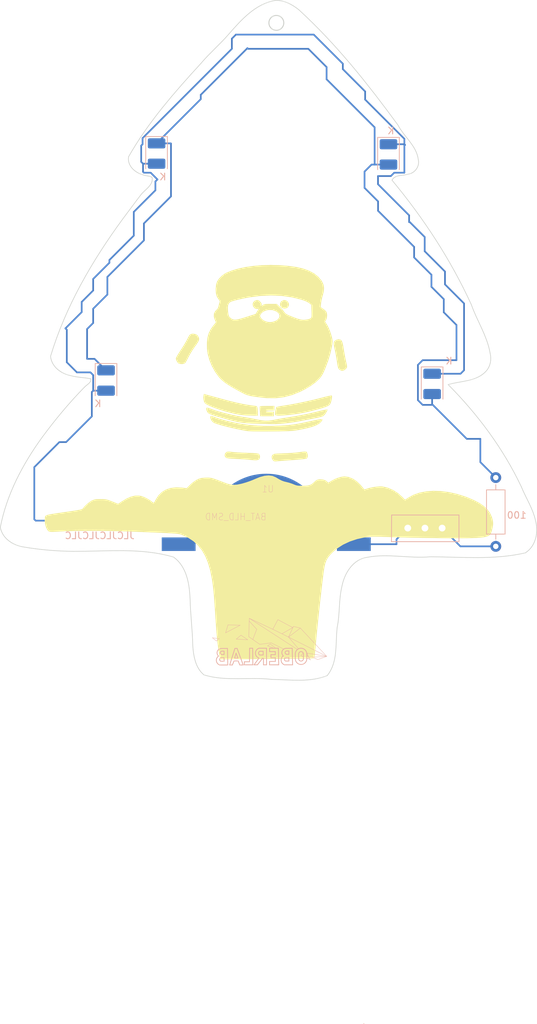
<source format=kicad_pcb>
(kicad_pcb (version 20241229) (generator "pcbnew") (generator_version "9.0")
  (layers (0 "F.Cu" signal) (2 "B.Cu" signal) (13 "F.Paste" user) (15 "B.Paste" user) (5 "F.SilkS" user) (7 "B.SilkS" user) (1 "F.Mask" user) (3 "B.Mask" user) (25 "Edge.Cuts" user))
  (net 0 "")
  (net 1 "Net-(D1-K)")
  (net 2 "Net-(D1-A)")
  (net 3 "Net-(S1-A-Pad1)")
  (net 4 "Net-(S1-E)")
  (footprint "LOGO" (layer "F.Cu") (at 117.194788 102.367152)
    (property "Reference" "G***" (hide yes))
    (property "Value" "LOGO" (hide yes))
  )
  (footprint "LOGO" (layer "F.Cu") (at 112.9178 99.8464)
    (property "Reference" "G***" (hide yes))
    (property "Value" "LOGO" (hide yes))
  )
  (footprint "LOGO" (layer "F.Cu") (at 117.194788 102.367152)
    (property "Reference" "G***" (hide yes))
    (property "Value" "LOGO" (hide yes))
  )
  (footprint "LOGO" (layer "F.Cu") (at 112.9178 99.8464)
    (property "Reference" "G***" (hide yes))
    (property "Value" "LOGO" (hide yes))
  )
  (footprint "LOGO" (layer "F.Cu") (at 112.9178 99.8464)
    (property "Reference" "G***" (hide yes))
    (property "Value" "LOGO" (hide yes))
  )
  (footprint "!Goody:ob-logo_B.SilkS" (layer "F.Cu") (at 124.9 164.15)
    (property "Reference" "G***" (hide yes))
    (property "Value" "LOGO" (hide yes))
  )
  (footprint "LOGO" (layer "F.Cu") (at 112.9178 99.8464)
    (property "Reference" "G***" (hide yes))
    (property "Value" "LOGO" (hide yes))
  )
  (footprint "LOGO" (layer "F.Cu") (at 112.9178 99.8464)
    (property "Reference" "G***" (hide yes))
    (property "Value" "LOGO" (hide yes))
  )
  (footprint "LOGO" (layer "F.Cu") (at 112.9178 99.8464)
    (property "Reference" "G***" (hide yes))
    (property "Value" "LOGO" (hide yes))
  )
  (footprint "LOGO" (layer "F.Cu") (at 117.194788 102.367152)
    (property "Reference" "G***" (hide yes))
    (property "Value" "LOGO" (hide yes))
  )
  (footprint "LED_SMD:LED_PLCC-2_3.4x3.0mm_AK" (layer "B.Cu") (at 95.4 108.2 -90)
    (property "Reference" "D3" (hide yes))
    (property "Value" "LED")
  )
  (footprint "!Goody:BAT-HLD-SMD-Blech" (layer "B.Cu") (at 119.09 130.86)
    (property "Reference" "U1")
    (property "Value" "BAT_HLD_SMD")
  )
  (footprint "!Goody:Micro_SchalterKHF" (layer "B.Cu") (at 140 130)
    (property "Reference" "S1" (hide yes))
    (property "Value" "Micro_Schalter" (hide yes))
  )
  (footprint "LED_SMD:LED_PLCC-2_3.4x3.0mm_AK" (layer "B.Cu") (at 137.15 74.8 -90)
    (property "Reference" "D3" (hide yes))
    (property "Value" "LED")
  )
  (footprint "LED_SMD:LED_PLCC-2_3.4x3.0mm_AK" (layer "B.Cu") (at 102.87 74.67 -90)
    (property "Reference" "D3" (hide yes))
    (property "Value" "LED")
  )
  (footprint "Resistor_THT:R_Axial_DIN0207_L6.3mm_D2.5mm_P10.16mm_Horizontal" (layer "B.Cu") (at 153.01 132.702 90)
    (property "Reference" "R2" (hide yes))
    (property "Value" "100")
  )
  (footprint "LED_SMD:LED_PLCC-2_3.4x3.0mm_AK" (layer "B.Cu") (at 143.6 108.7 -90)
    (property "Reference" "D3" (hide yes))
    (property "Value" "LED")
  )
  (gr_line (start 93.1639 108.0404) (end 93.162 108.1376) (stroke (width 0.1)) (layer "Edge.Cuts"))
  (gr_line (start 99.8615 133.397) (end 100.7905 133.4613) (stroke (width 0.1)) (layer "Edge.Cuts"))
  (gr_line (start 81.2181 132.0182) (end 81.4674 132.1771) (stroke (width 0.1)) (layer "Edge.Cuts"))
  (gr_line (start 93.1044 91.5049) (end 92.3799 92.7524) (stroke (width 0.1)) (layer "Edge.Cuts"))
  (gr_line (start 128.3725 151.4114) (end 128.6065 151.0154) (stroke (width 0.1)) (layer "Edge.Cuts"))
  (gr_line (start 81.7554 123.7271) (end 81.3892 124.5768) (stroke (width 0.1)) (layer "Edge.Cuts"))
  (gr_line (start 102.2224 78.6064) (end 102.188 78.7901) (stroke (width 0.1)) (layer "Edge.Cuts"))
  (gr_line (start 101.9452 78.0665) (end 102.0869 78.1258) (stroke (width 0.1)) (layer "Edge.Cuts"))
  (gr_line (start 157.6528 133.4669) (end 157.9038 133.2482) (stroke (width 0.1)) (layer "Edge.Cuts"))
  (gr_line (start 141.5171 76.4734) (end 141.5637 76.2967) (stroke (width 0.1)) (layer "Edge.Cuts"))
  (gr_line (start 109.4481 61.3325) (end 107.975 62.95) (stroke (width 0.1)) (layer "Edge.Cuts"))
  (gr_line (start 148.1868 94.4792) (end 147.5615 93.268) (stroke (width 0.1)) (layer "Edge.Cuts"))
  (gr_line (start 86.7041 115.5929) (end 85.9812 116.557) (stroke (width 0.1)) (layer "Edge.Cuts"))
  (gr_line (start 129.328 148.4154) (end 129.4013 147.4984) (stroke (width 0.1)) (layer "Edge.Cuts"))
  (gr_line (start 92.1998 109.1953) (end 91.3658 110.0643) (stroke (width 0.1)) (layer "Edge.Cuts"))
  (gr_line (start 98.7503 75.8742) (end 98.8138 76.0995) (stroke (width 0.1)) (layer "Edge.Cuts"))
  (gr_line (start 92.3807 133.4228) (end 94.2532 133.3817) (stroke (width 0.1)) (layer "Edge.Cuts"))
  (gr_line (start 155.1748 120.7914) (end 154.5888 119.783) (stroke (width 0.1)) (layer "Edge.Cuts"))
  (gr_line (start 86.8032 133.2539) (end 87.7271 133.3263) (stroke (width 0.1)) (layer "Edge.Cuts"))
  (gr_line (start 92.3799 92.7524) (end 91.6809 94.0139) (stroke (width 0.1)) (layer "Edge.Cuts"))
  (gr_line (start 155.6418 133.9943) (end 156.5098 133.845) (stroke (width 0.1)) (layer "Edge.Cuts"))
  (gr_line (start 99.2446 82.4979) (end 97.8961 84.3052) (stroke (width 0.1)) (layer "Edge.Cuts"))
  (gr_line (start 100.0574 77.4854) (end 100.2725 77.5979) (stroke (width 0.1)) (layer "Edge.Cuts"))
  (gr_line (start 107.9062 142.2764) (end 108.029 143.9654) (stroke (width 0.1)) (layer "Edge.Cuts"))
  (gr_line (start 158.9618 131.2547) (end 159.0178 130.9287) (stroke (width 0.1)) (layer "Edge.Cuts"))
  (gr_line (start 146.9146 92.0683) (end 146.2467 90.8802) (stroke (width 0.1)) (layer "Edge.Cuts"))
  (gr_line (start 143.376 86.2458) (end 142.6111 85.1172) (stroke (width 0.1)) (layer "Edge.Cuts"))
  (gr_line (start 98.8138 76.0995) (end 98.9027 76.3145) (stroke (width 0.1)) (layer "Edge.Cuts"))
  (gr_line (start 129.1917 149.3164) (end 129.2697 148.8684) (stroke (width 0.1)) (layer "Edge.Cuts"))
  (gr_line (start 114.2666 56.2109) (end 113.5521 57.02) (stroke (width 0.1)) (layer "Edge.Cuts"))
  (gr_line (start 87.4063 105.4376) (end 87.5265 105.6842) (stroke (width 0.1)) (layer "Edge.Cuts"))
  (gr_line (start 135.1754 65.9641) (end 133.432 63.7531) (stroke (width 0.1)) (layer "Edge.Cuts"))
  (gr_line (start 107.6213 138.4065) (end 107.6882 138.8446) (stroke (width 0.1)) (layer "Edge.Cuts"))
  (gr_line (start 99.015 76.5188) (end 99.1484 76.7117) (stroke (width 0.1)) (layer "Edge.Cuts"))
  (gr_line (start 130.6001 137.4367) (end 130.7452 137.0859) (stroke (width 0.1)) (layer "Edge.Cuts"))
  (gr_line (start 157.9598 126.3852) (end 157.3538 125.1492) (stroke (width 0.1)) (layer "Edge.Cuts"))
  (gr_line (start 108.342 148.5344) (end 108.4549 149.1314) (stroke (width 0.1)) (layer "Edge.Cuts"))
  (gr_line (start 99.9178 81.5948) (end 99.2446 82.4979) (stroke (width 0.1)) (layer "Edge.Cuts"))
  (gr_line (start 95.4147 87.8445) (end 94.6234 89.0511) (stroke (width 0.1)) (layer "Edge.Cuts"))
  (gr_line (start 131.0967 136.4118) (end 131.303 136.094) (stroke (width 0.1)) (layer "Edge.Cuts"))
  (gr_line (start 100.2725 77.5979) (end 100.4935 77.6948) (stroke (width 0.1)) (layer "Edge.Cuts"))
  (gr_line (start 126.1016 152.3244) (end 126.6073 152.2334) (stroke (width 0.1)) (layer "Edge.Cuts"))
  (gr_line (start 141.5914 76.1152) (end 141.5993 75.93) (stroke (width 0.1)) (layer "Edge.Cuts"))
  (gr_line (start 120.4862 52.0398) (end 119.9405 52.1496) (stroke (width 0.1)) (layer "Edge.Cuts"))
  (gr_line (start 87.4419 114.6393) (end 86.7041 115.5929) (stroke (width 0.1)) (layer "Edge.Cuts"))
  (gr_line (start 140.8986 77.3572) (end 141.0369 77.2374) (stroke (width 0.1)) (layer "Edge.Cuts"))
  (gr_line (start 142.1699 134.3003) (end 142.755 134.2809) (stroke (width 0.1)) (layer "Edge.Cuts"))
  (gr_line (start 108.029 143.9654) (end 108.1498 145.6544) (stroke (width 0.1)) (layer "Edge.Cuts"))
  (gr_line (start 129.0903 149.7554) (end 129.1917 149.3164) (stroke (width 0.1)) (layer "Edge.Cuts"))
  (gr_line (start 110.4478 60.2289) (end 109.9392 60.7721) (stroke (width 0.1)) (layer "Edge.Cuts"))
  (gr_line (start 144.1224 87.3865) (end 143.376 86.2458) (stroke (width 0.1)) (layer "Edge.Cuts"))
  (gr_line (start 112.9887 152.2074) (end 113.6186 152.2354) (stroke (width 0.1)) (layer "Edge.Cuts"))
  (gr_line (start 113.5521 57.02) (end 113.0567 57.5763) (stroke (width 0.1)) (layer "Edge.Cuts"))
  (gr_line (start 152.0986 105.9474) (end 152.1991 105.5985) (stroke (width 0.1)) (layer "Edge.Cuts"))
  (gr_line (start 141.4526 76.6439) (end 141.5171 76.4734) (stroke (width 0.1)) (layer "Edge.Cuts"))
  (gr_line (start 79.9374 130.4638) (end 80.0574 130.7319) (stroke (width 0.1)) (layer "Edge.Cuts"))
  (gr_line (start 97.8961 84.3052) (end 97.0527 85.4717) (stroke (width 0.1)) (layer "Edge.Cuts"))
  (gr_line (start 102.0493 79.1322) (end 101.951 79.2924) (stroke (width 0.1)) (layer "Edge.Cuts"))
  (gr_line (start 91.3658 110.0643) (end 90.5486 110.95) (stroke (width 0.1)) (layer "Edge.Cuts"))
  (gr_line (start 121.8673 52.2661) (end 121.4182 52.139) (stroke (width 0.1)) (layer "Edge.Cuts"))
  (gr_line (start 83.4492 120.4322) (end 82.994 121.2401) (stroke (width 0.1)) (layer "Edge.Cuts"))
  (gr_line (start 99.6541 77.2165) (end 99.8506 77.3581) (stroke (width 0.1)) (layer "Edge.Cuts"))
  (gr_line (start 101.1024 77.897) (end 101.2707 77.9371) (stroke (width 0.1)) (layer "Edge.Cuts"))
  (gr_line (start 109.8787 151.6904) (end 110.4939 151.8584) (stroke (width 0.1)) (layer "Edge.Cuts"))
  (gr_line (start 82.994 121.2401) (end 82.5591 122.0586) (stroke (width 0.1)) (layer "Edge.Cuts"))
  (gr_line (start 101.6186 77.9941) (end 101.7873 78.0249) (stroke (width 0.1)) (layer "Edge.Cuts"))
  (gr_line (start 90.5486 110.95) (end 89.748 111.8514) (stroke (width 0.1)) (layer "Edge.Cuts"))
  (gr_line (start 131.7755 135.5107) (end 132.0415 135.2509) (stroke (width 0.1)) (layer "Edge.Cuts"))
  (gr_line (start 118.9064 52.4904) (end 118.4161 52.7151) (stroke (width 0.1)) (layer "Edge.Cuts"))
  (gr_line (start 147.5795 110.4807) (end 146.7797 109.6315) (stroke (width 0.1)) (layer "Edge.Cuts"))
  (gr_line (start 92.3421 109.0595) (end 92.1998 109.1953) (stroke (width 0.1)) (layer "Edge.Cuts"))
  (gr_line (start 157.3538 125.1492) (end 157.0598 124.5278) (stroke (width 0.1)) (layer "Edge.Cuts"))
  (gr_line (start 137.6678 78.6042) (end 137.7608 78.458) (stroke (width 0.1)) (layer "Edge.Cuts"))
  (gr_line (start 103.0187 68.798) (end 102.3544 69.6677) (stroke (width 0.1)) (layer "Edge.Cuts"))
  (gr_line (start 152.1442 134.3194) (end 153.0218 134.2732) (stroke (width 0.1)) (layer "Edge.Cuts"))
  (gr_line (start 138.5519 70.467) (end 136.8798 68.2048) (stroke (width 0.1)) (layer "Edge.Cuts"))
  (gr_line (start 122.3035 52.4366) (end 121.8673 52.2661) (stroke (width 0.1)) (layer "Edge.Cuts"))
  (gr_line (start 141.2743 76.9609) (end 141.3714 76.8068) (stroke (width 0.1)) (layer "Edge.Cuts"))
  (gr_line (start 106.8091 135.9213) (end 107.0029 136.3073) (stroke (width 0.1)) (layer "Edge.Cuts"))
  (gr_line (start 154.5888 119.783) (end 153.9788 118.7885) (stroke (width 0.1)) (layer "Edge.Cuts"))
  (gr_line (start 145.9647 108.7976) (end 146.6789 108.62) (stroke (width 0.1)) (layer "Edge.Cuts"))
  (gr_line (start 151.9545 103.1934) (end 151.8171 102.7304) (stroke (width 0.1)) (layer "Edge.Cuts"))
  (gr_line (start 133.432 63.7531) (end 132.5436 62.6613) (stroke (width 0.1)) (layer "Edge.Cuts"))
  (gr_line (start 129.4833 145.6574) (end 129.5541 144.7594) (stroke (width 0.1)) (layer "Edge.Cuts"))
  (gr_line (start 120.4862 52.0398) (end 120.4862 52.0398) (stroke (width 0.1)) (layer "Edge.Cuts"))
  (gr_line (start 140.2122 81.8047) (end 139.3795 80.7253) (stroke (width 0.1)) (layer "Edge.Cuts"))
  (gr_line (start 152.1676 104.1406) (end 152.0722 103.6631) (stroke (width 0.1)) (layer "Edge.Cuts"))
  (gr_line (start 151.6624 102.2733) (end 151.3113 101.3735) (stroke (width 0.1)) (layer "Edge.Cuts"))
  (gr_line (start 80.5547 131.4453) (end 80.7598 131.6522) (stroke (width 0.1)) (layer "Edge.Cuts"))
  (gr_line (start 81.4674 132.1771) (end 81.7276 132.3194) (stroke (width 0.1)) (layer "Edge.Cuts"))
  (gr_line (start 115.7883 54.6277) (end 115.394 55.0113) (stroke (width 0.1)) (layer "Edge.Cuts"))
  (gr_line (start 128.9616 150.1864) (end 129.0903 149.7554) (stroke (width 0.1)) (layer "Edge.Cuts"))
  (gr_line (start 132.9565 134.6319) (end 133.3 134.4883) (stroke (width 0.1)) (layer "Edge.Cuts"))
  (gr_line (start 133.6625 134.3808) (end 134.0439 134.3121) (stroke (width 0.1)) (layer "Edge.Cuts"))
  (gr_line (start 108.9567 150.5394) (end 109.1032 150.7964) (stroke (width 0.1)) (layer "Edge.Cuts"))
  (gr_line (start 130.9108 136.7434) (end 131.0967 136.4118) (stroke (width 0.1)) (layer "Edge.Cuts"))
  (gr_line (start 120.723 52.0433) (end 120.4862 52.0398) (stroke (width 0.1)) (layer "Edge.Cuts"))
  (gr_line (start 107.8593 141.4304) (end 107.9062 142.2764) (stroke (width 0.1)) (layer "Edge.Cuts"))
  (gr_line (start 153.3478 117.8079) (end 152.6947 116.8414) (stroke (width 0.1)) (layer "Edge.Cuts"))
  (gr_line (start 155.7368 121.8134) (end 155.1748 120.7914) (stroke (width 0.1)) (layer "Edge.Cuts"))
  (gr_line (start 107.3146 137.1198) (end 107.4364 137.5418) (stroke (width 0.1)) (layer "Edge.Cuts"))
  (gr_line (start 128.0955 151.7914) (end 128.3725 151.4114) (stroke (width 0.1)) (layer "Edge.Cuts"))
  (gr_line (start 101.1384 80.1558) (end 100.853 80.4269) (stroke (width 0.1)) (layer "Edge.Cuts"))
  (gr_line (start 108.2198 147.3464) (end 108.2665 147.9364) (stroke (width 0.1)) (layer "Edge.Cuts"))
  (gr_line (start 108.6137 149.7144) (end 108.713 149.9974) (stroke (width 0.1)) (layer "Edge.Cuts"))
  (gr_line (start 141.3855 74.8173) (end 141.2563 74.4714) (stroke (width 0.1)) (layer "Edge.Cuts"))
  (gr_line (start 129.8012 59.4528) (end 128.8586 58.4091) (stroke (width 0.1)) (layer "Edge.Cuts"))
  (gr_line (start 79.7772 129.8835) (end 79.8434 130.1809) (stroke (width 0.1)) (layer "Edge.Cuts"))
  (gr_line (start 119.9405 52.1496) (end 119.4143 52.3008) (stroke (width 0.1)) (layer "Edge.Cuts"))
  (gr_line (start 87.6695 105.9174) (end 87.8333 106.1366) (stroke (width 0.1)) (layer "Edge.Cuts"))
  (gr_line (start 139.3795 80.7253) (end 138.5312 79.6584) (stroke (width 0.1)) (layer "Edge.Cuts"))
  (gr_line (start 158.8208 128.6223) (end 158.7288 128.2912) (stroke (width 0.1)) (layer "Edge.Cuts"))
  (gr_line (start 128.8016 150.6074) (end 128.9616 150.1864) (stroke (width 0.1)) (layer "Edge.Cuts"))
  (gr_line (start 108.4549 149.1314) (end 108.6137 149.7144) (stroke (width 0.1)) (layer "Edge.Cuts"))
  (gr_line (start 139.3649 71.7103) (end 138.9292 71.1031) (stroke (width 0.1)) (layer "Edge.Cuts"))
  (gr_line (start 83.9232 119.6352) (end 83.4492 120.4322) (stroke (width 0.1)) (layer "Edge.Cuts"))
  (gr_line (start 98.7083 75.3955) (end 98.7144 75.6394) (stroke (width 0.1)) (layer "Edge.Cuts"))
  (gr_line (start 115.394 55.0113) (end 115.0095 55.4052) (stroke (width 0.1)) (layer "Edge.Cuts"))
  (gr_line (start 99.2872 74.1961) (end 98.7342 75.1433) (stroke (width 0.1)) (layer "Edge.Cuts"))
  (gr_line (start 101.7166 133.5537) (end 102.6395 133.6782) (stroke (width 0.1)) (layer "Edge.Cuts"))
  (gr_line (start 137.8686 78.3344) (end 137.9895 78.2311) (stroke (width 0.1)) (layer "Edge.Cuts"))
  (gr_line (start 137.9895 78.2311) (end 138.122 78.146) (stroke (width 0.1)) (layer "Edge.Cuts"))
  (gr_line (start 152.0722 103.6631) (end 151.9545 103.1934) (stroke (width 0.1)) (layer "Edge.Cuts"))
  (gr_line (start 111.4951 59.1716) (end 110.4478 60.2289) (stroke (width 0.1)) (layer "Edge.Cuts"))
  (gr_line (start 150.1041 98.7263) (end 149.717 97.8383) (stroke (width 0.1)) (layer "Edge.Cuts"))
  (gr_line (start 158.5038 132.4764) (end 158.6538 132.1875) (stroke (width 0.1)) (layer "Edge.Cuts"))
  (gr_line (start 97.0527 85.4717) (end 96.225 86.6515) (stroke (width 0.1)) (layer "Edge.Cuts"))
  (gr_line (start 152.2385 104.505) (end 152.1676 104.1406) (stroke (width 0.1)) (layer "Edge.Cuts"))
  (gr_line (start 121.4182 52.139) (end 120.9574 52.0615) (stroke (width 0.1)) (layer "Edge.Cuts"))
  (gr_line (start 80.4498 127.1862) (end 80.1941 128.0757) (stroke (width 0.1)) (layer "Edge.Cuts"))
  (gr_line (start 102.1293 78.9651) (end 102.0493 79.1322) (stroke (width 0.1)) (layer "Edge.Cuts"))
  (gr_line (start 89.1491 107.1409) (end 89.4062 107.2531) (stroke (width 0.1)) (layer "Edge.Cuts"))
  (gr_line (start 127.9004 57.3798) (end 126.9257 56.3662) (stroke (width 0.1)) (layer "Edge.Cuts"))
  (gr_line (start 130.3722 138.1516) (end 130.4757 137.7928) (stroke (width 0.1)) (layer "Edge.Cuts"))
  (gr_line (start 153.9788 118.7885) (end 153.3478 117.8079) (stroke (width 0.1)) (layer "Edge.Cuts"))
  (gr_line (start 149.131 112.2244) (end 148.3635 111.3451) (stroke (width 0.1)) (layer "Edge.Cuts"))
  (gr_line (start 129.8415 142.4184) (end 129.8911 141.6324) (stroke (width 0.1)) (layer "Edge.Cuts"))
  (gr_line (start 132.0415 135.2509) (end 132.3271 135.0159) (stroke (width 0.1)) (layer "Edge.Cuts"))
  (gr_line (start 146.7797 109.6315) (end 145.9647 108.7976) (stroke (width 0.1)) (layer "Edge.Cuts"))
  (gr_line (start 158.8978 128.9588) (end 158.8208 128.6223) (stroke (width 0.1)) (layer "Edge.Cuts"))
  (gr_line (start 148.7901 95.7019) (end 148.1868 94.4792) (stroke (width 0.1)) (layer "Edge.Cuts"))
  (gr_line (start 142.755 134.2809) (end 143.3404 134.2397) (stroke (width 0.1)) (layer "Edge.Cuts"))
  (gr_line (start 158.9698 129.2784) (end 158.8978 128.9588) (stroke (width 0.1)) (layer "Edge.Cuts"))
  (gr_line (start 137.5091 134.1053) (end 138.6706 134.1616) (stroke (width 0.1)) (layer "Edge.Cuts"))
  (gr_line (start 140.2935 72.8955) (end 139.3649 71.7103) (stroke (width 0.1)) (layer "Edge.Cuts"))
  (gr_line (start 93.162 108.1376) (end 93.1427 108.2304) (stroke (width 0.1)) (layer "Edge.Cuts"))
  (gr_line (start 113.0567 57.5763) (end 112.545 58.1167) (stroke (width 0.1)) (layer "Edge.Cuts"))
  (gr_line (start 129.6891 143.9844) (end 129.7796 143.2034) (stroke (width 0.1)) (layer "Edge.Cuts"))
  (gr_line (start 158.1288 133.0088) (end 158.3288 132.7509) (stroke (width 0.1)) (layer "Edge.Cuts"))
  (gr_line (start 87.7271 133.3263) (end 88.6532 133.3804) (stroke (width 0.1)) (layer "Edge.Cuts"))
  (gr_line (start 88.8996 107.0123) (end 89.1491 107.1409) (stroke (width 0.1)) (layer "Edge.Cuts"))
  (gr_line (start 100.4935 77.6948) (end 100.7185 77.7757) (stroke (width 0.1)) (layer "Edge.Cuts"))
  (gr_line (start 82.5551 132.6459) (end 82.8403 132.7205) (stroke (width 0.1)) (layer "Edge.Cuts"))
  (gr_line (start 149.968 107.8789) (end 150.306 107.7353) (stroke (width 0.1)) (layer "Edge.Cuts"))
  (gr_line (start 129.7796 143.2034) (end 129.8415 142.4184) (stroke (width 0.1)) (layer "Edge.Cuts"))
  (gr_line (start 137.7608 78.458) (end 137.8686 78.3344) (stroke (width 0.1)) (layer "Edge.Cuts"))
  (gr_line (start 85.4451 117.3098) (end 84.9225 118.0738) (stroke (width 0.1)) (layer "Edge.Cuts"))
  (gr_line (start 85.8813 133.163) (end 86.8032 133.2539) (stroke (width 0.1)) (layer "Edge.Cuts"))
  (gr_line (start 87.201 104.6198) (end 87.2416 104.905) (stroke (width 0.1)) (layer "Edge.Cuts"))
  (gr_line (start 139.8347 134.2322) (end 141.0013 134.2881) (stroke (width 0.1)) (layer "Edge.Cuts"))
  (gr_line (start 141.5862 75.7425) (end 141.5511 75.554) (stroke (width 0.1)) (layer "Edge.Cuts"))
  (gr_line (start 85.9812 116.557) (end 85.4451 117.3098) (stroke (width 0.1)) (layer "Edge.Cuts"))
  (gr_line (start 132.3271 135.0159) (end 132.6321 134.8087) (stroke (width 0.1)) (layer "Edge.Cuts"))
  (gr_line (start 117.0405 53.5693) (end 116.6107 53.9036) (stroke (width 0.1)) (layer "Edge.Cuts"))
  (gr_line (start 148.3635 111.3451) (end 147.5795 110.4807) (stroke (width 0.1)) (layer "Edge.Cuts"))
  (gr_line (start 92.9999 108.4853) (end 92.8536 108.6395) (stroke (width 0.1)) (layer "Edge.Cuts"))
  (gr_line (start 113.6186 152.2354) (end 114.8825 152.2484) (stroke (width 0.1)) (layer "Edge.Cuts"))
  (gr_line (start 109.1032 150.7964) (end 109.2676 151.0404) (stroke (width 0.1)) (layer "Edge.Cuts"))
  (gr_line (start 150.306 107.7353) (end 150.632 107.5671) (stroke (width 0.1)) (layer "Edge.Cuts"))
  (gr_line (start 151.8171 102.7304) (end 151.6624 102.2733) (stroke (width 0.1)) (layer "Edge.Cuts"))
  (gr_line (start 138.7314 70.7896) (end 138.5519 70.467) (stroke (width 0.1)) (layer "Edge.Cuts"))
  (gr_line (start 136.8798 68.2048) (end 135.1754 65.9641) (stroke (width 0.1)) (layer "Edge.Cuts"))
  (gr_line (start 107.4364 137.5418) (end 107.538 137.9715) (stroke (width 0.1)) (layer "Edge.Cuts"))
  (gr_line (start 121.9753 152.4304) (end 123.0114 152.4684) (stroke (width 0.1)) (layer "Edge.Cuts"))
  (gr_line (start 101.7873 78.0249) (end 101.9452 78.0665) (stroke (width 0.1)) (layer "Edge.Cuts"))
  (gr_line (start 148.6225 134.3481) (end 150.3851 134.3593) (stroke (width 0.1)) (layer "Edge.Cuts"))
  (gr_line (start 112.545 58.1167) (end 111.4951 59.1716) (stroke (width 0.1)) (layer "Edge.Cuts"))
  (gr_line (start 88.6532 133.3804) (end 89.5816 133.4163) (stroke (width 0.1)) (layer "Edge.Cuts"))
  (gr_line (start 99.1484 76.7117) (end 99.3009 76.8927) (stroke (width 0.1)) (layer "Edge.Cuts"))
  (gr_line (start 97.997 133.3372) (end 98.9303 133.357) (stroke (width 0.1)) (layer "Edge.Cuts"))
  (gr_line (start 103.6967 67.9385) (end 103.0187 68.798) (stroke (width 0.1)) (layer "Edge.Cuts"))
  (gr_line (start 158.2468 127.009) (end 157.9598 126.3852) (stroke (width 0.1)) (layer "Edge.Cuts"))
  (gr_line (start 98.9027 76.3145) (end 99.015 76.5188) (stroke (width 0.1)) (layer "Edge.Cuts"))
  (gr_line (start 90.9346 107.6444) (end 91.6776 107.7429) (stroke (width 0.1)) (layer "Edge.Cuts"))
  (gr_line (start 135.1955 134.1516) (end 135.7727 134.1111) (stroke (width 0.1)) (layer "Edge.Cuts"))
  (gr_line (start 115.0095 55.4052) (end 114.2666 56.2109) (stroke (width 0.1)) (layer "Edge.Cuts"))
  (gr_line (start 120.9574 52.0615) (end 120.723 52.0433) (stroke (width 0.1)) (layer "Edge.Cuts"))
  (gr_line (start 120.4862 52.0398) (end 120.4862 52.0398) (stroke (width 0.1)) (layer "Edge.Cuts"))
  (gr_line (start 117.4136 152.2244) (end 118.0444 152.2324) (stroke (width 0.1)) (layer "Edge.Cuts"))
  (gr_line (start 80.9816 131.8432) (end 81.2181 132.0182) (stroke (width 0.1)) (layer "Edge.Cuts"))
  (gr_line (start 149.717 97.8383) (end 149.3709 96.9359) (stroke (width 0.1)) (layer "Edge.Cuts"))
  (gr_line (start 123.1322 52.883) (end 122.7255 52.6443) (stroke (width 0.1)) (layer "Edge.Cuts"))
  (gr_line (start 131.303 136.094) (end 131.5293 135.7927) (stroke (width 0.1)) (layer "Edge.Cuts"))
  (gr_line (start 80.2016 130.9849) (end 80.3679 131.2228) (stroke (width 0.1)) (layer "Edge.Cuts"))
  (gr_line (start 106.5875 135.5519) (end 106.8091 135.9213) (stroke (width 0.1)) (layer "Edge.Cuts"))
  (gr_line (start 112.3608 152.1604) (end 112.9887 152.2074) (stroke (width 0.1)) (layer "Edge.Cuts"))
  (gr_line (start 90.3658 96.5789) (end 89.753 97.8828) (stroke (width 0.1)) (layer "Edge.Cuts"))
  (gr_line (start 118.0444 152.2324) (end 118.6734 152.2554) (stroke (width 0.1)) (layer "Edge.Cuts"))
  (gr_line (start 107.0029 136.3073) (end 107.1708 136.7075) (stroke (width 0.1)) (layer "Edge.Cuts"))
  (gr_line (start 102.2297 78.4133) (end 102.2224 78.6064) (stroke (width 0.1)) (layer "Edge.Cuts"))
  (gr_line (start 82.2734 132.5541) (end 82.5551 132.6459) (stroke (width 0.1)) (layer "Edge.Cuts"))
  (gr_line (start 119.3003 152.2954) (end 119.9244 152.3584) (stroke (width 0.1)) (layer "Edge.Cuts"))
  (gr_line (start 138.122 78.146) (end 138.2646 78.0767) (stroke (width 0.1)) (layer "Edge.Cuts"))
  (gr_line (start 140.9234 73.8159) (end 140.7271 73.5025) (stroke (width 0.1)) (layer "Edge.Cuts"))
  (gr_line (start 138.6706 134.1616) (end 139.8347 134.2322) (stroke (width 0.1)) (layer "Edge.Cuts"))
  (gr_line (start 150.6133 114.0275) (end 149.8811 113.1186) (stroke (width 0.1)) (layer "Edge.Cuts"))
  (gr_line (start 141.2563 74.4714) (end 141.101 74.1382) (stroke (width 0.1)) (layer "Edge.Cuts"))
  (gr_line (start 80.0574 130.7319) (end 80.2016 130.9849) (stroke (width 0.1)) (layer "Edge.Cuts"))
  (gr_line (start 130.7452 137.0859) (end 130.9108 136.7434) (stroke (width 0.1)) (layer "Edge.Cuts"))
  (gr_line (start 134.0439 134.3121) (end 134.6192 134.2174) (stroke (width 0.1)) (layer "Edge.Cuts"))
  (gr_line (start 145.0976 134.2652) (end 146.8591 134.3091) (stroke (width 0.1)) (layer "Edge.Cuts"))
  (gr_line (start 139.7442 77.7966) (end 140.0526 77.7194) (stroke (width 0.1)) (layer "Edge.Cuts"))
  (gr_line (start 102.0869 78.1258) (end 102.2069 78.2097) (stroke (width 0.1)) (layer "Edge.Cuts"))
  (gr_line (start 122.7255 52.6443) (end 122.3035 52.4366) (stroke (width 0.1)) (layer "Edge.Cuts"))
  (gr_line (start 152.0208 115.889) (end 151.3268 114.951) (stroke (width 0.1)) (layer "Edge.Cuts"))
  (gr_line (start 98.9303 133.357) (end 99.8615 133.397) (stroke (width 0.1)) (layer "Edge.Cuts"))
  (gr_line (start 127.6049 151.9704) (end 128.0955 151.7914) (stroke (width 0.1)) (layer "Edge.Cuts"))
  (gr_line (start 130.729 60.5102) (end 129.8012 59.4528) (stroke (width 0.1)) (layer "Edge.Cuts"))
  (gr_line (start 81.0487 125.4366) (end 80.7351 126.3064) (stroke (width 0.1)) (layer "Edge.Cuts"))
  (gr_line (start 101.7053 70.5483) (end 101.0726 71.4407) (stroke (width 0.1)) (layer "Edge.Cuts"))
  (gr_line (start 101.951 79.2924) (end 101.7108 79.5954) (stroke (width 0.1)) (layer "Edge.Cuts"))
  (gr_line (start 107.8301 140.5834) (end 107.8593 141.4304) (stroke (width 0.1)) (layer "Edge.Cuts"))
  (gr_line (start 88.2161 106.5321) (end 88.4313 106.7075) (stroke (width 0.1)) (layer "Edge.Cuts"))
  (gr_line (start 89.1721 99.201) (end 88.6249 100.5337) (stroke (width 0.1)) (layer "Edge.Cuts"))
  (gr_line (start 133.3 134.4883) (end 133.6625 134.3808) (stroke (width 0.1)) (layer "Edge.Cuts"))
  (gr_line (start 109.6543 151.4894) (end 109.8787 151.6904) (stroke (width 0.1)) (layer "Edge.Cuts"))
  (gr_line (start 105.3846 134.2839) (end 105.7366 134.565) (stroke (width 0.1)) (layer "Edge.Cuts"))
  (gr_line (start 108.2665 147.9364) (end 108.342 148.5344) (stroke (width 0.1)) (layer "Edge.Cuts"))
  (gr_line (start 152.2681 104.8726) (end 152.2385 104.505) (stroke (width 0.1)) (layer "Edge.Cuts"))
  (gr_line (start 117.4841 53.2577) (end 117.0405 53.5693) (stroke (width 0.1)) (layer "Edge.Cuts"))
  (gr_line (start 151.5213 106.8816) (end 151.7607 106.5937) (stroke (width 0.1)) (layer "Edge.Cuts"))
  (gr_line (start 130.0181 140.0624) (end 130.1277 139.2828) (stroke (width 0.1)) (layer "Edge.Cuts"))
  (gr_line (start 92.4194 107.8267) (end 93.1463 107.9382) (stroke (width 0.1)) (layer "Edge.Cuts"))
  (gr_line (start 126.9257 56.3662) (end 125.9336 55.3691) (stroke (width 0.1)) (layer "Edge.Cuts"))
  (gr_line (start 87.5265 105.6842) (end 87.6695 105.9174) (stroke (width 0.1)) (layer "Edge.Cuts"))
  (gr_line (start 147.4156 108.4785) (end 148.1606 108.3461) (stroke (width 0.1)) (layer "Edge.Cuts"))
  (gr_line (start 108.827 150.2734) (end 108.9567 150.5394) (stroke (width 0.1)) (layer "Edge.Cuts"))
  (gr_line (start 123.5221 53.1466) (end 123.1322 52.883) (stroke (width 0.1)) (layer "Edge.Cuts"))
  (gr_line (start 141.485 75.1775) (end 141.3855 74.8173) (stroke (width 0.1)) (layer "Edge.Cuts"))
  (gr_line (start 130.1277 139.2828) (end 130.2012 138.8955) (stroke (width 0.1)) (layer "Edge.Cuts"))
  (gr_line (start 98.7342 75.1433) (end 98.7083 75.3955) (stroke (width 0.1)) (layer "Edge.Cuts"))
  (gr_line (start 134.6192 134.2174) (end 135.1955 134.1516) (stroke (width 0.1)) (layer "Edge.Cuts"))
  (gr_line (start 145.5584 89.7038) (end 144.8501 88.5392) (stroke (width 0.1)) (layer "Edge.Cuts"))
  (gr_line (start 157.9038 133.2482) (end 158.1288 133.0088) (stroke (width 0.1)) (layer "Edge.Cuts"))
  (gr_line (start 107.1708 136.7075) (end 107.3146 137.1198) (stroke (width 0.1)) (layer "Edge.Cuts"))
  (gr_line (start 119.4143 52.3008) (end 118.9064 52.4904) (stroke (width 0.1)) (layer "Edge.Cuts"))
  (gr_line (start 124.9234 54.3896) (end 123.8942 53.4288) (stroke (width 0.1)) (layer "Edge.Cuts"))
  (gr_line (start 107.6882 138.8446) (end 107.7805 139.7213) (stroke (width 0.1)) (layer "Edge.Cuts"))
  (gr_line (start 141.5511 75.554) (end 141.485 75.1775) (stroke (width 0.1)) (layer "Edge.Cuts"))
  (gr_line (start 88.6597 106.8678) (end 88.8996 107.0123) (stroke (width 0.1)) (layer "Edge.Cuts"))
  (gr_line (start 80.3679 131.2228) (end 80.5547 131.4453) (stroke (width 0.1)) (layer "Edge.Cuts"))
  (gr_line (start 101.2707 77.9371) (end 101.6186 77.9941) (stroke (width 0.1)) (layer "Edge.Cuts"))
  (gr_line (start 146.2467 90.8802) (end 145.5584 89.7038) (stroke (width 0.1)) (layer "Edge.Cuts"))
  (gr_line (start 100.9452 77.84) (end 101.1024 77.897) (stroke (width 0.1)) (layer "Edge.Cuts"))
  (gr_line (start 91.6776 107.7429) (end 92.4194 107.8267) (stroke (width 0.1)) (layer "Edge.Cuts"))
  (gr_line (start 88.9635 112.7675) (end 88.1949 113.6971) (stroke (width 0.1)) (layer "Edge.Cuts"))
  (gr_line (start 156.2748 122.849) (end 155.7368 121.8134) (stroke (width 0.1)) (layer "Edge.Cuts"))
  (gr_line (start 143.3404 134.2397) (end 145.0976 134.2652) (stroke (width 0.1)) (layer "Edge.Cuts"))
  (gr_line (start 89.6691 107.3487) (end 89.9358 107.4272) (stroke (width 0.1)) (layer "Edge.Cuts"))
  (gr_line (start 102.6395 133.6782) (end 103.5587 133.8388) (stroke (width 0.1)) (layer "Edge.Cuts"))
  (gr_line (start 99.8621 73.2638) (end 99.2872 74.1961) (stroke (width 0.1)) (layer "Edge.Cuts"))
  (gr_line (start 80.7598 131.6522) (end 80.9816 131.8432) (stroke (width 0.1)) (layer "Edge.Cuts"))
  (gr_line (start 141.8286 84.0007) (end 141.0287 82.8965) (stroke (width 0.1)) (layer "Edge.Cuts"))
  (gr_line (start 105.0882 66.2467) (end 103.6967 67.9385) (stroke (width 0.1)) (layer "Edge.Cuts"))
  (gr_line (start 88.1129 101.881) (end 87.6377 103.243) (stroke (width 0.1)) (layer "Edge.Cuts"))
  (gr_line (start 117.9423 52.972) (end 117.4841 53.2577) (stroke (width 0.1)) (layer "Edge.Cuts"))
  (gr_line (start 159.0628 130.2664) (end 159.0528 129.9343) (stroke (width 0.1)) (layer "Edge.Cuts"))
  (gr_line (start 100.7185 77.7757) (end 100.9452 77.84) (stroke (width 0.1)) (layer "Edge.Cuts"))
  (gr_line (start 103.5587 133.8388) (end 104.4739 134.0394) (stroke (width 0.1)) (layer "Edge.Cuts"))
  (gr_line (start 111.7354 152.0894) (end 112.3608 152.1604) (stroke (width 0.1)) (layer "Edge.Cuts"))
  (gr_line (start 84.9613 133.0535) (end 85.8813 133.163) (stroke (width 0.1)) (layer "Edge.Cuts"))
  (gr_line (start 100.5992 80.7011) (end 99.9178 81.5948) (stroke (width 0.1)) (layer "Edge.Cuts"))
  (gr_line (start 87.3107 105.1777) (end 87.4063 105.4376) (stroke (width 0.1)) (layer "Edge.Cuts"))
  (gr_line (start 138.9292 71.1031) (end 138.7314 70.7896) (stroke (width 0.1)) (layer "Edge.Cuts"))
  (gr_line (start 80.7351 126.3064) (end 80.4498 127.1862) (stroke (width 0.1)) (layer "Edge.Cuts"))
  (gr_line (start 150.632 107.5671) (end 150.9445 107.371) (stroke (width 0.1)) (layer "Edge.Cuts"))
  (gr_line (start 159.0518 130.5986) (end 159.0628 130.2664) (stroke (width 0.1)) (layer "Edge.Cuts"))
  (gr_line (start 108.1942 146.4994) (end 108.2198 147.3464) (stroke (width 0.1)) (layer "Edge.Cuts"))
  (gr_line (start 114.8825 152.2484) (end 116.1487 152.2334) (stroke (width 0.1)) (layer "Edge.Cuts"))
  (gr_line (start 107.538 137.9715) (end 107.6213 138.4065) (stroke (width 0.1)) (layer "Edge.Cuts"))
  (gr_line (start 127.1086 152.1164) (end 127.6049 151.9704) (stroke (width 0.1)) (layer "Edge.Cuts"))
  (gr_line (start 138.4157 78.0211) (end 138.7373 77.9417) (stroke (width 0.1)) (layer "Edge.Cuts"))
  (gr_line (start 107.7805 139.7213) (end 107.8301 140.5834) (stroke (width 0.1)) (layer "Edge.Cuts"))
  (gr_line (start 101.7108 79.5954) (end 101.4321 79.8809) (stroke (width 0.1)) (layer "Edge.Cuts"))
  (gr_line (start 132.5436 62.6613) (end 131.6429 61.58) (stroke (width 0.1)) (layer "Edge.Cuts"))
  (gr_line (start 82.1458 122.8876) (end 81.7554 123.7271) (stroke (width 0.1)) (layer "Edge.Cuts"))
  (gr_line (start 141.0287 82.8965) (end 140.2122 81.8047) (stroke (width 0.1)) (layer "Edge.Cuts"))
  (gr_line (start 159.0178 130.9287) (end 159.0518 130.5986) (stroke (width 0.1)) (layer "Edge.Cuts"))
  (gr_line (start 96.1264 133.3426) (end 97.997 133.3372) (stroke (width 0.1)) (layer "Edge.Cuts"))
  (gr_line (start 136.3507 134.0923) (end 136.9295 134.0916) (stroke (width 0.1)) (layer "Edge.Cuts"))
  (gr_line (start 93.1427 108.2304) (end 93.108 108.319) (stroke (width 0.1)) (layer "Edge.Cuts"))
  (gr_line (start 116.1936 54.2574) (end 115.7883 54.6277) (stroke (width 0.1)) (layer "Edge.Cuts"))
  (gr_line (start 119.9244 152.3584) (end 120.9446 152.3864) (stroke (width 0.1)) (layer "Edge.Cuts"))
  (gr_line (start 93.108 108.319) (end 92.9999 108.4853) (stroke (width 0.1)) (layer "Edge.Cuts"))
  (gr_line (start 89.753 97.8828) (end 89.1721 99.201) (stroke (width 0.1)) (layer "Edge.Cuts"))
  (gr_line (start 84.0433 132.9251) (end 84.9613 133.0535) (stroke (width 0.1)) (layer "Edge.Cuts"))
  (gr_line (start 82.5591 122.0586) (end 82.1458 122.8876) (stroke (width 0.1)) (layer "Edge.Cuts"))
  (gr_line (start 148.1606 108.3461) (end 148.9 108.196) (stroke (width 0.1)) (layer "Edge.Cuts"))
  (gr_line (start 159.0218 129.6043) (end 158.9698 129.2784) (stroke (width 0.1)) (layer "Edge.Cuts"))
  (gr_line (start 125.0797 152.4374) (end 125.5922 152.3914) (stroke (width 0.1)) (layer "Edge.Cuts"))
  (gr_line (start 130.4757 137.7928) (end 130.6001 137.4367) (stroke (width 0.1)) (layer "Edge.Cuts"))
  (gr_line (start 106.518 64.586) (end 105.0882 66.2467) (stroke (width 0.1)) (layer "Edge.Cuts"))
  (gr_line (start 92.8536 108.6395) (end 92.5089 108.9236) (stroke (width 0.1)) (layer "Edge.Cuts"))
  (gr_line (start 88.0162 106.3416) (end 88.2161 106.5321) (stroke (width 0.1)) (layer "Edge.Cuts"))
  (gr_line (start 104.4739 134.0394) (end 105.3846 134.2839) (stroke (width 0.1)) (layer "Edge.Cuts"))
  (gr_line (start 88.4313 106.7075) (end 88.6597 106.8678) (stroke (width 0.1)) (layer "Edge.Cuts"))
  (gr_line (start 146.8591 134.3091) (end 148.6225 134.3481) (stroke (width 0.1)) (layer "Edge.Cuts"))
  (gr_line (start 129.2697 148.8684) (end 129.328 148.4154) (stroke (width 0.1)) (layer "Edge.Cuts"))
  (gr_line (start 94.6234 89.0511) (end 93.8528 90.2711) (stroke (width 0.1)) (layer "Edge.Cuts"))
  (gr_line (start 125.9336 55.3691) (end 124.9234 54.3896) (stroke (width 0.1)) (layer "Edge.Cuts"))
  (gr_line (start 140.7271 73.5025) (end 140.2935 72.8955) (stroke (width 0.1)) (layer "Edge.Cuts"))
  (gr_line (start 81.7276 132.3194) (end 81.9969 132.4452) (stroke (width 0.1)) (layer "Edge.Cuts"))
  (gr_line (start 81.3892 124.5768) (end 81.0487 125.4366) (stroke (width 0.1)) (layer "Edge.Cuts"))
  (gr_line (start 94.2532 133.3817) (end 96.1264 133.3426) (stroke (width 0.1)) (layer "Edge.Cuts"))
  (gr_line (start 151.2415 107.1436) (end 151.5213 106.8816) (stroke (width 0.1)) (layer "Edge.Cuts"))
  (gr_line (start 149.6198 108.0014) (end 149.968 107.8789) (stroke (width 0.1)) (layer "Edge.Cuts"))
  (gr_line (start 96.225 86.6515) (end 95.4147 87.8445) (stroke (width 0.1)) (layer "Edge.Cuts"))
  (gr_line (start 157.0598 124.5278) (end 156.7878 123.898) (stroke (width 0.1)) (layer "Edge.Cuts"))
  (gr_line (start 106.3361 135.2012) (end 106.5875 135.5519) (stroke (width 0.1)) (layer "Edge.Cuts"))
  (gr_line (start 101.0726 71.4407) (end 100.4577 72.3456) (stroke (width 0.1)) (layer "Edge.Cuts"))
  (gr_line (start 151.7607 106.5937) (end 151.9528 106.2807) (stroke (width 0.1)) (layer "Edge.Cuts"))
  (gr_line (start 148.9 108.196) (end 149.2632 108.1059) (stroke (width 0.1)) (layer "Edge.Cuts"))
  (gr_line (start 89.9358 107.4272) (end 90.2046 107.4884) (stroke (width 0.1)) (layer "Edge.Cuts"))
  (gr_line (start 93.8528 90.2711) (end 93.1044 91.5049) (stroke (width 0.1)) (layer "Edge.Cuts"))
  (gr_line (start 106.0531 134.8715) (end 106.3361 135.2012) (stroke (width 0.1)) (layer "Edge.Cuts"))
  (gr_line (start 102.188 78.7901) (end 102.1293 78.9651) (stroke (width 0.1)) (layer "Edge.Cuts"))
  (gr_line (start 139.0741 77.8898) (end 139.4139 77.8474) (stroke (width 0.1)) (layer "Edge.Cuts"))
  (gr_line (start 100.853 80.4269) (end 100.5992 80.7011) (stroke (width 0.1)) (layer "Edge.Cuts"))
  (gr_line (start 120.9446 152.3864) (end 121.9753 152.4304) (stroke (width 0.1)) (layer "Edge.Cuts"))
  (gr_line (start 130.2012 138.8955) (end 130.2897 138.5102) (stroke (width 0.1)) (layer "Edge.Cuts"))
  (gr_line (start 124.5647 152.4654) (end 125.0797 152.4374) (stroke (width 0.1)) (layer "Edge.Cuts"))
  (gr_line (start 118.6734 152.2554) (end 119.3003 152.2954) (stroke (width 0.1)) (layer "Edge.Cuts"))
  (gr_line (start 105.7366 134.565) (end 106.0531 134.8715) (stroke (width 0.1)) (layer "Edge.Cuts"))
  (gr_line (start 130.2897 138.5102) (end 130.3722 138.1516) (stroke (width 0.1)) (layer "Edge.Cuts"))
  (gr_line (start 140.4178 77.6271) (end 140.5881 77.5534) (stroke (width 0.1)) (layer "Edge.Cuts"))
  (gr_line (start 129.9446 140.8454) (end 130.0181 140.0624) (stroke (width 0.1)) (layer "Edge.Cuts"))
  (gr_line (start 82.8403 132.7205) (end 83.1271 132.7777) (stroke (width 0.1)) (layer "Edge.Cuts"))
  (gr_line (start 153.8968 134.2055) (end 154.7708 134.1135) (stroke (width 0.1)) (layer "Edge.Cuts"))
  (gr_line (start 107.975 62.95) (end 106.518 64.586) (stroke (width 0.1)) (layer "Edge.Cuts"))
  (gr_line (start 83.1271 132.7777) (end 84.0433 132.9251) (stroke (width 0.1)) (layer "Edge.Cuts"))
  (gr_line (start 99.4702 77.0612) (end 99.6541 77.2165) (stroke (width 0.1)) (layer "Edge.Cuts"))
  (gr_line (start 116.6107 53.9036) (end 116.1936 54.2574) (stroke (width 0.1)) (layer "Edge.Cuts"))
  (gr_line (start 152.6947 116.8414) (end 152.0208 115.889) (stroke (width 0.1)) (layer "Edge.Cuts"))
  (gr_line (start 139.4139 77.8474) (end 139.7442 77.7966) (stroke (width 0.1)) (layer "Edge.Cuts"))
  (gr_line (start 98.7144 75.6394) (end 98.7503 75.8742) (stroke (width 0.1)) (layer "Edge.Cuts"))
  (gr_line (start 87.8333 106.1366) (end 88.0162 106.3416) (stroke (width 0.1)) (layer "Edge.Cuts"))
  (gr_line (start 90.5671 107.5762) (end 90.9346 107.6444) (stroke (width 0.1)) (layer "Edge.Cuts"))
  (gr_line (start 138.5312 79.6584) (end 137.6678 78.6042) (stroke (width 0.1)) (layer "Edge.Cuts"))
  (gr_line (start 129.4013 147.4984) (end 129.4427 146.5744) (stroke (width 0.1)) (layer "Edge.Cuts"))
  (gr_line (start 131.5293 135.7927) (end 131.7755 135.5107) (stroke (width 0.1)) (layer "Edge.Cuts"))
  (gr_line (start 141.3714 76.8068) (end 141.4526 76.6439) (stroke (width 0.1)) (layer "Edge.Cuts"))
  (gr_line (start 100.7905 133.4613) (end 101.7166 133.5537) (stroke (width 0.1)) (layer "Edge.Cuts"))
  (gr_line (start 92.5089 108.9236) (end 92.3421 109.0595) (stroke (width 0.1)) (layer "Edge.Cuts"))
  (gr_line (start 84.4148 118.849) (end 83.9232 119.6352) (stroke (width 0.1)) (layer "Edge.Cuts"))
  (gr_line (start 102.3544 69.6677) (end 101.7053 70.5483) (stroke (width 0.1)) (layer "Edge.Cuts"))
  (gr_line (start 140.5881 77.5534) (end 140.7487 77.463) (stroke (width 0.1)) (layer "Edge.Cuts"))
  (gr_line (start 141.0369 77.2374) (end 141.1625 77.1049) (stroke (width 0.1)) (layer "Edge.Cuts"))
  (gr_line (start 102.2069 78.2097) (end 102.2297 78.4133) (stroke (width 0.1)) (layer "Edge.Cuts"))
  (gr_line (start 99.3009 76.8927) (end 99.4702 77.0612) (stroke (width 0.1)) (layer "Edge.Cuts"))
  (gr_line (start 125.5922 152.3914) (end 126.1016 152.3244) (stroke (width 0.1)) (layer "Edge.Cuts"))
  (gr_line (start 140.0526 77.7194) (end 140.239 77.6829) (stroke (width 0.1)) (layer "Edge.Cuts"))
  (gr_circle (center 120.575 55.3691) (end 121.675 55.3691) (stroke (width 0.15)) (fill no) (layer "Edge.Cuts"))
  (gr_line (start 135.7727 134.1111) (end 136.3507 134.0923) (stroke (width 0.1)) (layer "Edge.Cuts"))
  (gr_line (start 154.7708 134.1135) (end 155.6418 133.9943) (stroke (width 0.1)) (layer "Edge.Cuts"))
  (gr_line (start 90.5123 133.4343) (end 92.3807 133.4228) (stroke (width 0.1)) (layer "Edge.Cuts"))
  (gr_line (start 100.4577 72.3456) (end 99.8621 73.2638) (stroke (width 0.1)) (layer "Edge.Cuts"))
  (gr_line (start 124.0479 152.4784) (end 124.5647 152.4654) (stroke (width 0.1)) (layer "Edge.Cuts"))
  (gr_line (start 101.4321 79.8809) (end 101.1384 80.1558) (stroke (width 0.1)) (layer "Edge.Cuts"))
  (gr_line (start 110.4939 151.8584) (end 111.113 151.9894) (stroke (width 0.1)) (layer "Edge.Cuts"))
  (gr_line (start 88.1949 113.6971) (end 87.4419 114.6393) (stroke (width 0.1)) (layer "Edge.Cuts"))
  (gr_line (start 158.7288 128.2912) (end 158.5068 127.6428) (stroke (width 0.1)) (layer "Edge.Cuts"))
  (gr_line (start 91.009 95.2893) (end 90.3658 96.5789) (stroke (width 0.1)) (layer "Edge.Cuts"))
  (gr_line (start 157.3748 133.6628) (end 157.6528 133.4669) (stroke (width 0.1)) (layer "Edge.Cuts"))
  (gr_line (start 152.2552 105.2387) (end 152.2681 104.8726) (stroke (width 0.1)) (layer "Edge.Cuts"))
  (gr_line (start 142.6111 85.1172) (end 141.8286 84.0007) (stroke (width 0.1)) (layer "Edge.Cuts"))
  (gr_line (start 129.4427 146.5744) (end 129.4833 145.6574) (stroke (width 0.1)) (layer "Edge.Cuts"))
  (gr_line (start 151.9528 106.2807) (end 152.0986 105.9474) (stroke (width 0.1)) (layer "Edge.Cuts"))
  (gr_line (start 158.6538 132.1875) (end 158.7798 131.8862) (stroke (width 0.1)) (layer "Edge.Cuts"))
  (gr_line (start 89.4062 107.2531) (end 89.6691 107.3487) (stroke (width 0.1)) (layer "Edge.Cuts"))
  (gr_line (start 141.1625 77.1049) (end 141.2743 76.9609) (stroke (width 0.1)) (layer "Edge.Cuts"))
  (gr_line (start 111.113 151.9894) (end 111.7354 152.0894) (stroke (width 0.1)) (layer "Edge.Cuts"))
  (gr_line (start 158.8828 131.5746) (end 158.9618 131.2547) (stroke (width 0.1)) (layer "Edge.Cuts"))
  (gr_line (start 146.6789 108.62) (end 147.4156 108.4785) (stroke (width 0.1)) (layer "Edge.Cuts"))
  (gr_line (start 99.8506 77.3581) (end 100.0574 77.4854) (stroke (width 0.1)) (layer "Edge.Cuts"))
  (gr_line (start 129.8911 141.6324) (end 129.9446 140.8454) (stroke (width 0.1)) (layer "Edge.Cuts"))
  (gr_line (start 128.8586 58.4091) (end 127.9004 57.3798) (stroke (width 0.1)) (layer "Edge.Cuts"))
  (gr_line (start 151.3113 101.3735) (end 150.9212 100.487) (stroke (width 0.1)) (layer "Edge.Cuts"))
  (gr_line (start 91.6809 94.0139) (end 91.009 95.2893) (stroke (width 0.1)) (layer "Edge.Cuts"))
  (gr_line (start 108.713 149.9974) (end 108.827 150.2734) (stroke (width 0.1)) (layer "Edge.Cuts"))
  (gr_line (start 156.5098 133.845) (end 157.3748 133.6628) (stroke (width 0.1)) (layer "Edge.Cuts"))
  (gr_line (start 136.9295 134.0916) (end 137.5091 134.1053) (stroke (width 0.1)) (layer "Edge.Cuts"))
  (gr_line (start 150.9445 107.371) (end 151.2415 107.1436) (stroke (width 0.1)) (layer "Edge.Cuts"))
  (gr_line (start 153.0218 134.2732) (end 153.8968 134.2055) (stroke (width 0.1)) (layer "Edge.Cuts"))
  (gr_line (start 81.9969 132.4452) (end 82.2734 132.5541) (stroke (width 0.1)) (layer "Edge.Cuts"))
  (gr_line (start 158.7798 131.8862) (end 158.8828 131.5746) (stroke (width 0.1)) (layer "Edge.Cuts"))
  (gr_line (start 89.748 111.8514) (end 88.9635 112.7675) (stroke (width 0.1)) (layer "Edge.Cuts"))
  (gr_line (start 84.9225 118.0738) (end 84.4148 118.849) (stroke (width 0.1)) (layer "Edge.Cuts"))
  (gr_line (start 128.6065 151.0154) (end 128.8016 150.6074) (stroke (width 0.1)) (layer "Edge.Cuts"))
  (gr_line (start 141.101 74.1382) (end 140.9234 73.8159) (stroke (width 0.1)) (layer "Edge.Cuts"))
  (gr_line (start 140.239 77.6829) (end 140.4178 77.6271) (stroke (width 0.1)) (layer "Edge.Cuts"))
  (gr_line (start 141.5854 134.3015) (end 142.1699 134.3003) (stroke (width 0.1)) (layer "Edge.Cuts"))
  (gr_line (start 141.5993 75.93) (end 141.5862 75.7425) (stroke (width 0.1)) (layer "Edge.Cuts"))
  (gr_line (start 158.5068 127.6428) (end 158.2468 127.009) (stroke (width 0.1)) (layer "Edge.Cuts"))
  (gr_line (start 109.2676 151.0404) (end 109.451 151.2724) (stroke (width 0.1)) (layer "Edge.Cuts"))
  (gr_line (start 158.3288 132.7509) (end 158.5038 132.4764) (stroke (width 0.1)) (layer "Edge.Cuts"))
  (gr_line (start 118.4161 52.7151) (end 117.9423 52.972) (stroke (width 0.1)) (layer "Edge.Cuts"))
  (gr_line (start 129.5541 144.7594) (end 129.6891 143.9844) (stroke (width 0.1)) (layer "Edge.Cuts"))
  (gr_line (start 123.0114 152.4684) (end 124.0479 152.4784) (stroke (width 0.1)) (layer "Edge.Cuts"))
  (gr_line (start 116.1487 152.2334) (end 117.4136 152.2244) (stroke (width 0.1)) (layer "Edge.Cuts"))
  (gr_line (start 159.0528 129.9343) (end 159.0218 129.6043) (stroke (width 0.1)) (layer "Edge.Cuts"))
  (gr_line (start 156.7878 123.898) (end 156.2748 122.849) (stroke (width 0.1)) (layer "Edge.Cuts"))
  (gr_line (start 151.2652 134.3472) (end 152.1442 134.3194) (stroke (width 0.1)) (layer "Edge.Cuts"))
  (gr_line (start 147.5615 93.268) (end 146.9146 92.0683) (stroke (width 0.1)) (layer "Edge.Cuts"))
  (gr_line (start 87.6377 103.243) (end 87.201 104.6198) (stroke (width 0.1)) (layer "Edge.Cuts"))
  (gr_line (start 79.9695 128.9748) (end 79.7772 129.8835) (stroke (width 0.1)) (layer "Edge.Cuts"))
  (gr_line (start 144.8501 88.5392) (end 144.1224 87.3865) (stroke (width 0.1)) (layer "Edge.Cuts"))
  (gr_line (start 152.1991 105.5985) (end 152.2552 105.2387) (stroke (width 0.1)) (layer "Edge.Cuts"))
  (gr_line (start 138.2646 78.0767) (end 138.4157 78.0211) (stroke (width 0.1)) (layer "Edge.Cuts"))
  (gr_line (start 88.6249 100.5337) (end 88.1129 101.881) (stroke (width 0.1)) (layer "Edge.Cuts"))
  (gr_line (start 123.8942 53.4288) (end 123.5221 53.1466) (stroke (width 0.1)) (layer "Edge.Cuts"))
  (gr_line (start 90.2046 107.4884) (end 90.5671 107.5762) (stroke (width 0.1)) (layer "Edge.Cuts"))
  (gr_line (start 149.8811 113.1186) (end 149.131 112.2244) (stroke (width 0.1)) (layer "Edge.Cuts"))
  (gr_line (start 132.6321 134.8087) (end 132.9565 134.6319) (stroke (width 0.1)) (layer "Edge.Cuts"))
  (gr_line (start 89.5816 133.4163) (end 90.5123 133.4343) (stroke (width 0.1)) (layer "Edge.Cuts"))
  (gr_line (start 79.8434 130.1809) (end 79.9374 130.4638) (stroke (width 0.1)) (layer "Edge.Cuts"))
  (gr_line (start 126.6073 152.2334) (end 127.1086 152.1164) (stroke (width 0.1)) (layer "Edge.Cuts"))
  (gr_line (start 149.2632 108.1059) (end 149.6198 108.0014) (stroke (width 0.1)) (layer "Edge.Cuts"))
  (gr_line (start 80.1941 128.0757) (end 79.9695 128.9748) (stroke (width 0.1)) (layer "Edge.Cuts"))
  (gr_line (start 150.9212 100.487) (end 150.1041 98.7263) (stroke (width 0.1)) (layer "Edge.Cuts"))
  (gr_line (start 141.0013 134.2881) (end 141.5854 134.3015) (stroke (width 0.1)) (layer "Edge.Cuts"))
  (gr_line (start 140.7487 77.463) (end 140.8986 77.3572) (stroke (width 0.1)) (layer "Edge.Cuts"))
  (gr_line (start 141.5637 76.2967) (end 141.5914 76.1152) (stroke (width 0.1)) (layer "Edge.Cuts"))
  (gr_line (start 131.6429 61.58) (end 130.729 60.5102) (stroke (width 0.1)) (layer "Edge.Cuts"))
  (gr_line (start 93.1463 107.9382) (end 93.1639 108.0404) (stroke (width 0.1)) (layer "Edge.Cuts"))
  (gr_line (start 109.9392 60.7721) (end 109.4481 61.3325) (stroke (width 0.1)) (layer "Edge.Cuts"))
  (gr_line (start 151.3268 114.951) (end 150.6133 114.0275) (stroke (width 0.1)) (layer "Edge.Cuts"))
  (gr_line (start 150.3851 134.3593) (end 151.2652 134.3472) (stroke (width 0.1)) (layer "Edge.Cuts"))
  (gr_line (start 109.451 151.2724) (end 109.6543 151.4894) (stroke (width 0.1)) (layer "Edge.Cuts"))
  (gr_line (start 87.2416 104.905) (end 87.3107 105.1777) (stroke (width 0.1)) (layer "Edge.Cuts"))
  (gr_line (start 108.1498 145.6544) (end 108.1942 146.4994) (stroke (width 0.1)) (layer "Edge.Cuts"))
  (gr_line (start 149.3709 96.9359) (end 148.7901 95.7019) (stroke (width 0.1)) (layer "Edge.Cuts"))
  (gr_line (start 138.7373 77.9417) (end 139.0741 77.8898) (stroke (width 0.1)) (layer "Edge.Cuts"))
  (gr_text "KHF 11.2025" (at 124.35 142.53 0) (layer "B.Cu") (effects (font (size 1 1)) (justify left bottom mirror)))
  (gr_text "K" (at 138.1 71.9 0) (layer "B.SilkS") (effects (font (size 1 1)) (justify left bottom mirror)))
  (gr_text "K" (at 104.4 78.7 0) (layer "B.SilkS") (effects (font (size 1 1)) (justify left bottom mirror)))
  (gr_text "K" (at 146.7 105.9 0) (layer "B.SilkS") (effects (font (size 1 1)) (justify left bottom mirror)))
  (gr_text "JLCJLCJLCJLC" (at 99.7 131.7 0) (layer "B.SilkS") (effects (font (size 1 1)) (justify left bottom mirror)))
  (gr_text "K" (at 94.8 112.2 0) (layer "B.SilkS") (effects (font (size 1 1)) (justify left bottom mirror)))
  (segment (start 140.3 84.8) (end 142.5 87) (width 0.25) (layer "B.Cu") (net 1))
  (segment (start 100.6 75.9) (end 100.6 73.5) (width 0.25) (layer "B.Cu") (net 1))
  (segment (start 145.5 94) (end 148.32 96.82) (width 0.25) (layer "B.Cu") (net 1))
  (segment (start 91.8 98.1) (end 89.4 100.5) (width 0.25) (layer "B.Cu") (net 1))
  (segment (start 100.87 76.17) (end 100.87 77.37) (width 0.25) (layer "B.Cu") (net 1))
  (segment (start 101 77.5) (end 102 77.5) (width 0.25) (layer "B.Cu") (net 1))
  (segment (start 139.5 73.3) (end 139.5 72.5) (width 0.25) (layer "B.Cu") (net 1))
  (segment (start 93.3 113.5) (end 93.3 109.9) (width 0.25) (layer "B.Cu") (net 1))
  (segment (start 93.5 93.2) (end 93.5 94.9) (width 0.25) (layer "B.Cu") (net 1))
  (segment (start 99.5 83.3) (end 99.5 86.8) (width 0.25) (layer "B.Cu") (net 1))
  (segment (start 84.8 121) (end 84.8 128.7) (width 0.25) (layer "B.Cu") (net 1))
  (segment (start 114.6 57.1) (end 114 57.7) (width 0.25) (layer "B.Cu") (net 1))
  (segment (start 133.7 66.7) (end 133.7 65.5) (width 0.25) (layer "B.Cu") (net 1))
  (segment (start 145.5 92.1) (end 145.5 94) (width 0.25) (layer "B.Cu") (net 1))
  (segment (start 139.5 77.5) (end 138 77.5) (width 0.25) (layer "B.Cu") (net 1))
  (segment (start 130.4 62.2) (end 130.4 61.4) (width 0.25) (layer "B.Cu") (net 1))
  (segment (start 140.2 83.8) (end 140.2 84.8) (width 0.25) (layer "B.Cu") (net 1))
  (segment (start 91.1 107) (end 93.1 107) (width 0.25) (layer "B.Cu") (net 1))
  (segment (start 88.5 117.3) (end 84.8 121) (width 0.25) (layer "B.Cu") (net 1))
  (segment (start 93.5 109.7) (end 95.4 109.7) (width 0.25) (layer "B.Cu") (net 1))
  (segment (start 100.8 73.3) (end 100.6 73.5) (width 0.25) (layer "B.Cu") (net 1))
  (segment (start 93.5 107.4) (end 93.5 109.7) (width 0.25) (layer "B.Cu") (net 1))
  (segment (start 89.6 105.5) (end 91.1 107) (width 0.25) (layer "B.Cu") (net 1))
  (segment (start 102.87 76.17) (end 100.87 76.17) (width 0.25) (layer "B.Cu") (net 1))
  (segment (start 139.6 73.4) (end 139.5 73.5) (width 0.25) (layer "B.Cu") (net 1))
  (segment (start 140.2 84.8) (end 140.3 84.8) (width 0.25) (layer "B.Cu") (net 1))
  (segment (start 102.7 80.1) (end 99.5 83.3) (width 0.25) (layer "B.Cu") (net 1))
  (segment (start 100.9 128.9) (end 103.2 126.6) (width 0.25) (layer "B.Cu") (net 1))
  (segment (start 137.5 78) (end 135.6 78) (width 0.25) (layer "B.Cu") (net 1))
  (segment (start 89.5 117.3) (end 88.5 117.3) (width 0.25) (layer "B.Cu") (net 1))
  (segment (start 89.4 100.5) (end 89.6 100.7) (width 0.25) (layer "B.Cu") (net 1))
  (segment (start 100.87 76.17) (end 100.6 75.9) (width 0.25) (layer "B.Cu") (net 1))
  (segment (start 100.8 72.4) (end 100.8 73.3) (width 0.25) (layer "B.Cu") (net 1))
  (segment (start 93.1 107) (end 93.5 107.4) (width 0.25) (layer "B.Cu") (net 1))
  (segment (start 93.3 113.5) (end 89.5 117.3) (width 0.25) (layer "B.Cu") (net 1))
  (segment (start 133.7 65.5) (end 130.4 62.2) (width 0.25) (layer "B.Cu") (net 1))
  (segment (start 114.83 126.6) (end 119.09 130.86) (width 0.25) (layer "B.Cu") (net 1))
  (segment (start 93.5 94.9) (end 91.8 96.6) (width 0.25) (layer "B.Cu") (net 1))
  (segment (start 84.8 128.7) (end 85 128.9) (width 0.25) (layer "B.Cu") (net 1))
  (segment (start 102.7 78.8) (end 102.7 80.1) (width 0.25) (layer "B.Cu") (net 1))
  (segment (start 130.4 61.4) (end 126.1 57.1) (width 0.25) (layer "B.Cu") (net 1))
  (segment (start 135.6 79.2) (end 140.2 83.8) (width 0.25) (layer "B.Cu") (net 1))
  (segment (start 114 59.2) (end 100.8 72.4) (width 0.25) (layer "B.Cu") (net 1))
  (segment (start 148.32 96.82) (end 148.32 106.68) (width 0.25) (layer "B.Cu") (net 1))
  (segment (start 148.32 106.68) (end 147.8 107.2) (width 0.25) (layer "B.Cu") (net 1))
  (segment (start 85 128.9) (end 100.9 128.9) (width 0.25) (layer "B.Cu") (net 1))
  (segment (start 135.6 78) (end 135.6 79.2) (width 0.25) (layer "B.Cu") (net 1))
  (segment (start 95.9 90.4) (end 95.9 90.8) (width 0.25) (layer "B.Cu") (net 1))
  (segment (start 139.5 73.5) (end 139.5 77.5) (width 0.25) (layer "B.Cu") (net 1))
  (segment (start 93.3 109.9) (end 93.5 109.7) (width 0.25) (layer "B.Cu") (net 1))
  (segment (start 103.2 126.6) (end 114.83 126.6) (width 0.25) (layer "B.Cu") (net 1))
  (segment (start 102 77.5) (end 103 78.5) (width 0.25) (layer "B.Cu") (net 1))
  (segment (start 126.1 57.1) (end 114.6 57.1) (width 0.25) (layer "B.Cu") (net 1))
  (segment (start 147.8 107.2) (end 143.6 107.2) (width 0.25) (layer "B.Cu") (net 1))
  (segment (start 100.87 77.37) (end 101 77.5) (width 0.25) (layer "B.Cu") (net 1))
  (segment (start 139.5 73.3) (end 139.6 73.4) (width 0.25) (layer "B.Cu") (net 1))
  (segment (start 139.5 73.3) (end 137.15 73.3) (width 0.25) (layer "B.Cu") (net 1))
  (segment (start 103 78.5) (end 102.7 78.8) (width 0.25) (layer "B.Cu") (net 1))
  (segment (start 138 77.5) (end 137.5 78) (width 0.25) (layer "B.Cu") (net 1))
  (segment (start 99.5 86.8) (end 95.9 90.4) (width 0.25) (layer "B.Cu") (net 1))
  (segment (start 142.5 87) (end 142.5 89.1) (width 0.25) (layer "B.Cu") (net 1))
  (segment (start 139.5 72.5) (end 133.7 66.7) (width 0.25) (layer "B.Cu") (net 1))
  (segment (start 89.6 100.7) (end 89.6 105.5) (width 0.25) (layer "B.Cu") (net 1))
  (segment (start 95.9 90.8) (end 93.5 93.2) (width 0.25) (layer "B.Cu") (net 1))
  (segment (start 142.5 89.1) (end 145.5 92.1) (width 0.25) (layer "B.Cu") (net 1))
  (segment (start 91.8 96.6) (end 91.8 98.1) (width 0.25) (layer "B.Cu") (net 1))
  (segment (start 114 57.7) (end 114 59.2) (width 0.25) (layer "B.Cu") (net 1))
  (segment (start 109.4 66) (end 109.4 66.64) (width 0.25) (layer "B.Cu") (net 2))
  (segment (start 125.3 59.2) (end 116.4 59.2) (width 0.25) (layer "B.Cu") (net 2))
  (segment (start 133.61 77.34) (end 133.61 79.74) (width 0.25) (layer "B.Cu") (net 2))
  (segment (start 95.6 95.5) (end 93.5 97.6) (width 0.25) (layer "B.Cu") (net 2))
  (segment (start 145.32 96.18) (end 145.32 98.12) (width 0.25) (layer "B.Cu") (net 2))
  (segment (start 148.72 116.82) (end 143.6 111.7) (width 0.25) (layer "B.Cu") (net 2))
  (segment (start 140.94 88.46) (end 140.94 90.02) (width 0.25) (layer "B.Cu") (net 2))
  (segment (start 135.61 81.74) (end 135.61 83.13) (width 0.25) (layer "B.Cu") (net 2))
  (segment (start 95.6 92.9) (end 95.6 95.5) (width 0.25) (layer "B.Cu") (net 2))
  (segment (start 135.61 83.13) (end 140.94 88.46) (width 0.25) (layer "B.Cu") (net 2))
  (segment (start 128 63.7) (end 128 61.9) (width 0.25) (layer "B.Cu") (net 2))
  (segment (start 142.2 105.2) (end 141.5 105.9) (width 0.25) (layer "B.Cu") (net 2))
  (segment (start 141.5 111.1) (end 142.2 111.8) (width 0.25) (layer "B.Cu") (net 2))
  (segment (start 143.5 92.58) (end 143.5 94.36) (width 0.25) (layer "B.Cu") (net 2))
  (segment (start 153.01 122.542) (end 150.73 120.262) (width 0.25) (layer "B.Cu") (net 2))
  (segment (start 116.3 59.1) (end 109.4 66) (width 0.25) (layer "B.Cu") (net 2))
  (segment (start 135.1 76.3) (end 134.65 76.3) (width 0.25) (layer "B.Cu") (net 2))
  (segment (start 141.5 105.9) (end 141.5 111.1) (width 0.25) (layer "B.Cu") (net 2))
  (segment (start 101 87.5) (end 95.6 92.9) (width 0.25) (layer "B.Cu") (net 2))
  (segment (start 135.1 76.3) (end 135.1 70.8) (width 0.25) (layer "B.Cu") (net 2))
  (segment (start 102.87 73.17) (end 104.97 73.17) (width 0.25) (layer "B.Cu") (net 2))
  (segment (start 143.5 94.36) (end 145.32 96.18) (width 0.25) (layer "B.Cu") (net 2))
  (segment (start 134.65 76.3) (end 133.61 77.34) (width 0.25) (layer "B.Cu") (net 2))
  (segment (start 93.5 97.6) (end 93.5 99.7) (width 0.25) (layer "B.Cu") (net 2))
  (segment (start 105 81) (end 101 85) (width 0.25) (layer "B.Cu") (net 2))
  (segment (start 104.97 73.17) (end 105 73.2) (width 0.25) (layer "B.Cu") (net 2))
  (segment (start 116.4 59.2) (end 116.3 59.1) (width 0.25) (layer "B.Cu") (net 2))
  (segment (start 150.73 116.82) (end 148.72 116.82) (width 0.25) (layer "B.Cu") (net 2))
  (segment (start 93.7 105) (end 95.4 106.7) (width 0.25) (layer "B.Cu") (net 2))
  (segment (start 145.32 98.12) (end 147.2 100) (width 0.25) (layer "B.Cu") (net 2))
  (segment (start 135.1 70.8) (end 128 63.7) (width 0.25) (layer "B.Cu") (net 2))
  (segment (start 92.6 100.6) (end 92.6 105) (width 0.25) (layer "B.Cu") (net 2))
  (segment (start 133.61 79.74) (end 135.61 81.74) (width 0.25) (layer "B.Cu") (net 2))
  (segment (start 140.94 90.02) (end 143.5 92.58) (width 0.25) (layer "B.Cu") (net 2))
  (segment (start 109.4 66.64) (end 102.87 73.17) (width 0.25) (layer "B.Cu") (net 2))
  (segment (start 147.2 105.2) (end 142.2 105.2) (width 0.25) (layer "B.Cu") (net 2))
  (segment (start 142.2 111.8) (end 143.5 111.8) (width 0.25) (layer "B.Cu") (net 2))
  (segment (start 143.5 111.8) (end 143.6 111.7) (width 0.25) (layer "B.Cu") (net 2))
  (segment (start 150.73 120.262) (end 150.73 116.82) (width 0.25) (layer "B.Cu") (net 2))
  (segment (start 135.1 76.3) (end 137.15 76.3) (width 0.25) (layer "B.Cu") (net 2))
  (segment (start 147.2 100) (end 147.2 105.2) (width 0.25) (layer "B.Cu") (net 2))
  (segment (start 143.6 111.7) (end 143.6 110.2) (width 0.25) (layer "B.Cu") (net 2))
  (segment (start 101 85) (end 101 87.5) (width 0.25) (layer "B.Cu") (net 2))
  (segment (start 92.6 105) (end 93.7 105) (width 0.25) (layer "B.Cu") (net 2))
  (segment (start 128 61.9) (end 125.3 59.2) (width 0.25) (layer "B.Cu") (net 2))
  (segment (start 105 73.2) (end 105 81) (width 0.25) (layer "B.Cu") (net 2))
  (segment (start 93.5 99.7) (end 92.6 100.6) (width 0.25) (layer "B.Cu") (net 2))
  (segment (start 138.336 131.664) (end 140 130) (width 0.25) (layer "B.Cu") (net 3))
  (segment (start 132.03 128.828) (end 132.03 132.384) (width 0.25) (layer "B.Cu") (net 3))
  (segment (start 132.03 132.384) (end 138.336 132.384) (width 0.25) (layer "B.Cu") (net 3))
  (segment (start 138.336 132.384) (end 138.336 131.664) (width 0.25) (layer "B.Cu") (net 3))
  (segment (start 147.782 132.702) (end 153.01 132.702) (width 0.25) (layer "B.Cu") (net 4))
  (segment (start 142.54 130) (end 145.08 130) (width 0.25) (layer "B.Cu") (net 4))
  (segment (start 145.08 130) (end 147.782 132.702) (width 0.25) (layer "B.Cu") (net 4))
  (segment (start 153.01 131.99) (end 153.01 132.702) (width 0.25) (layer "B.Cu") (net 4))
)
</source>
